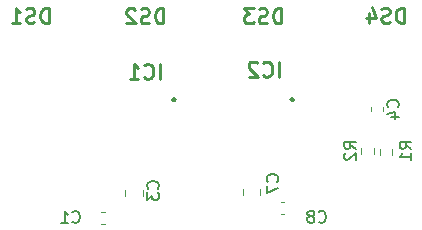
<source format=gbr>
%TF.GenerationSoftware,KiCad,Pcbnew,9.0.6*%
%TF.CreationDate,2025-12-12T15:58:06+01:00*%
%TF.ProjectId,nsm4202A_MAN3910,6e736d34-3230-4324-915f-4d414e333931,rev?*%
%TF.SameCoordinates,Original*%
%TF.FileFunction,Legend,Bot*%
%TF.FilePolarity,Positive*%
%FSLAX46Y46*%
G04 Gerber Fmt 4.6, Leading zero omitted, Abs format (unit mm)*
G04 Created by KiCad (PCBNEW 9.0.6) date 2025-12-12 15:58:06*
%MOMM*%
%LPD*%
G01*
G04 APERTURE LIST*
%ADD10C,0.254000*%
%ADD11C,0.150000*%
%ADD12C,0.120000*%
%ADD13C,0.250000*%
G04 APERTURE END LIST*
D10*
X137132143Y-80094718D02*
X137132143Y-78824718D01*
X137132143Y-78824718D02*
X136829762Y-78824718D01*
X136829762Y-78824718D02*
X136648333Y-78885194D01*
X136648333Y-78885194D02*
X136527381Y-79006146D01*
X136527381Y-79006146D02*
X136466904Y-79127099D01*
X136466904Y-79127099D02*
X136406428Y-79369003D01*
X136406428Y-79369003D02*
X136406428Y-79550432D01*
X136406428Y-79550432D02*
X136466904Y-79792337D01*
X136466904Y-79792337D02*
X136527381Y-79913289D01*
X136527381Y-79913289D02*
X136648333Y-80034242D01*
X136648333Y-80034242D02*
X136829762Y-80094718D01*
X136829762Y-80094718D02*
X137132143Y-80094718D01*
X135922619Y-80034242D02*
X135741190Y-80094718D01*
X135741190Y-80094718D02*
X135438809Y-80094718D01*
X135438809Y-80094718D02*
X135317857Y-80034242D01*
X135317857Y-80034242D02*
X135257381Y-79973765D01*
X135257381Y-79973765D02*
X135196904Y-79852813D01*
X135196904Y-79852813D02*
X135196904Y-79731861D01*
X135196904Y-79731861D02*
X135257381Y-79610908D01*
X135257381Y-79610908D02*
X135317857Y-79550432D01*
X135317857Y-79550432D02*
X135438809Y-79489956D01*
X135438809Y-79489956D02*
X135680714Y-79429480D01*
X135680714Y-79429480D02*
X135801666Y-79369003D01*
X135801666Y-79369003D02*
X135862143Y-79308527D01*
X135862143Y-79308527D02*
X135922619Y-79187575D01*
X135922619Y-79187575D02*
X135922619Y-79066622D01*
X135922619Y-79066622D02*
X135862143Y-78945670D01*
X135862143Y-78945670D02*
X135801666Y-78885194D01*
X135801666Y-78885194D02*
X135680714Y-78824718D01*
X135680714Y-78824718D02*
X135378333Y-78824718D01*
X135378333Y-78824718D02*
X135196904Y-78885194D01*
X134108333Y-79248051D02*
X134108333Y-80094718D01*
X134410714Y-78764242D02*
X134713095Y-79671384D01*
X134713095Y-79671384D02*
X133926904Y-79671384D01*
X107022143Y-80124318D02*
X107022143Y-78854318D01*
X107022143Y-78854318D02*
X106719762Y-78854318D01*
X106719762Y-78854318D02*
X106538333Y-78914794D01*
X106538333Y-78914794D02*
X106417381Y-79035746D01*
X106417381Y-79035746D02*
X106356904Y-79156699D01*
X106356904Y-79156699D02*
X106296428Y-79398603D01*
X106296428Y-79398603D02*
X106296428Y-79580032D01*
X106296428Y-79580032D02*
X106356904Y-79821937D01*
X106356904Y-79821937D02*
X106417381Y-79942889D01*
X106417381Y-79942889D02*
X106538333Y-80063842D01*
X106538333Y-80063842D02*
X106719762Y-80124318D01*
X106719762Y-80124318D02*
X107022143Y-80124318D01*
X105812619Y-80063842D02*
X105631190Y-80124318D01*
X105631190Y-80124318D02*
X105328809Y-80124318D01*
X105328809Y-80124318D02*
X105207857Y-80063842D01*
X105207857Y-80063842D02*
X105147381Y-80003365D01*
X105147381Y-80003365D02*
X105086904Y-79882413D01*
X105086904Y-79882413D02*
X105086904Y-79761461D01*
X105086904Y-79761461D02*
X105147381Y-79640508D01*
X105147381Y-79640508D02*
X105207857Y-79580032D01*
X105207857Y-79580032D02*
X105328809Y-79519556D01*
X105328809Y-79519556D02*
X105570714Y-79459080D01*
X105570714Y-79459080D02*
X105691666Y-79398603D01*
X105691666Y-79398603D02*
X105752143Y-79338127D01*
X105752143Y-79338127D02*
X105812619Y-79217175D01*
X105812619Y-79217175D02*
X105812619Y-79096222D01*
X105812619Y-79096222D02*
X105752143Y-78975270D01*
X105752143Y-78975270D02*
X105691666Y-78914794D01*
X105691666Y-78914794D02*
X105570714Y-78854318D01*
X105570714Y-78854318D02*
X105268333Y-78854318D01*
X105268333Y-78854318D02*
X105086904Y-78914794D01*
X103877380Y-80124318D02*
X104603095Y-80124318D01*
X104240238Y-80124318D02*
X104240238Y-78854318D01*
X104240238Y-78854318D02*
X104361190Y-79035746D01*
X104361190Y-79035746D02*
X104482142Y-79156699D01*
X104482142Y-79156699D02*
X104603095Y-79217175D01*
X116732143Y-80144718D02*
X116732143Y-78874718D01*
X116732143Y-78874718D02*
X116429762Y-78874718D01*
X116429762Y-78874718D02*
X116248333Y-78935194D01*
X116248333Y-78935194D02*
X116127381Y-79056146D01*
X116127381Y-79056146D02*
X116066904Y-79177099D01*
X116066904Y-79177099D02*
X116006428Y-79419003D01*
X116006428Y-79419003D02*
X116006428Y-79600432D01*
X116006428Y-79600432D02*
X116066904Y-79842337D01*
X116066904Y-79842337D02*
X116127381Y-79963289D01*
X116127381Y-79963289D02*
X116248333Y-80084242D01*
X116248333Y-80084242D02*
X116429762Y-80144718D01*
X116429762Y-80144718D02*
X116732143Y-80144718D01*
X115522619Y-80084242D02*
X115341190Y-80144718D01*
X115341190Y-80144718D02*
X115038809Y-80144718D01*
X115038809Y-80144718D02*
X114917857Y-80084242D01*
X114917857Y-80084242D02*
X114857381Y-80023765D01*
X114857381Y-80023765D02*
X114796904Y-79902813D01*
X114796904Y-79902813D02*
X114796904Y-79781861D01*
X114796904Y-79781861D02*
X114857381Y-79660908D01*
X114857381Y-79660908D02*
X114917857Y-79600432D01*
X114917857Y-79600432D02*
X115038809Y-79539956D01*
X115038809Y-79539956D02*
X115280714Y-79479480D01*
X115280714Y-79479480D02*
X115401666Y-79419003D01*
X115401666Y-79419003D02*
X115462143Y-79358527D01*
X115462143Y-79358527D02*
X115522619Y-79237575D01*
X115522619Y-79237575D02*
X115522619Y-79116622D01*
X115522619Y-79116622D02*
X115462143Y-78995670D01*
X115462143Y-78995670D02*
X115401666Y-78935194D01*
X115401666Y-78935194D02*
X115280714Y-78874718D01*
X115280714Y-78874718D02*
X114978333Y-78874718D01*
X114978333Y-78874718D02*
X114796904Y-78935194D01*
X114313095Y-78995670D02*
X114252619Y-78935194D01*
X114252619Y-78935194D02*
X114131666Y-78874718D01*
X114131666Y-78874718D02*
X113829285Y-78874718D01*
X113829285Y-78874718D02*
X113708333Y-78935194D01*
X113708333Y-78935194D02*
X113647857Y-78995670D01*
X113647857Y-78995670D02*
X113587380Y-79116622D01*
X113587380Y-79116622D02*
X113587380Y-79237575D01*
X113587380Y-79237575D02*
X113647857Y-79419003D01*
X113647857Y-79419003D02*
X114373571Y-80144718D01*
X114373571Y-80144718D02*
X113587380Y-80144718D01*
X126732143Y-80145118D02*
X126732143Y-78875118D01*
X126732143Y-78875118D02*
X126429762Y-78875118D01*
X126429762Y-78875118D02*
X126248333Y-78935594D01*
X126248333Y-78935594D02*
X126127381Y-79056546D01*
X126127381Y-79056546D02*
X126066904Y-79177499D01*
X126066904Y-79177499D02*
X126006428Y-79419403D01*
X126006428Y-79419403D02*
X126006428Y-79600832D01*
X126006428Y-79600832D02*
X126066904Y-79842737D01*
X126066904Y-79842737D02*
X126127381Y-79963689D01*
X126127381Y-79963689D02*
X126248333Y-80084642D01*
X126248333Y-80084642D02*
X126429762Y-80145118D01*
X126429762Y-80145118D02*
X126732143Y-80145118D01*
X125522619Y-80084642D02*
X125341190Y-80145118D01*
X125341190Y-80145118D02*
X125038809Y-80145118D01*
X125038809Y-80145118D02*
X124917857Y-80084642D01*
X124917857Y-80084642D02*
X124857381Y-80024165D01*
X124857381Y-80024165D02*
X124796904Y-79903213D01*
X124796904Y-79903213D02*
X124796904Y-79782261D01*
X124796904Y-79782261D02*
X124857381Y-79661308D01*
X124857381Y-79661308D02*
X124917857Y-79600832D01*
X124917857Y-79600832D02*
X125038809Y-79540356D01*
X125038809Y-79540356D02*
X125280714Y-79479880D01*
X125280714Y-79479880D02*
X125401666Y-79419403D01*
X125401666Y-79419403D02*
X125462143Y-79358927D01*
X125462143Y-79358927D02*
X125522619Y-79237975D01*
X125522619Y-79237975D02*
X125522619Y-79117022D01*
X125522619Y-79117022D02*
X125462143Y-78996070D01*
X125462143Y-78996070D02*
X125401666Y-78935594D01*
X125401666Y-78935594D02*
X125280714Y-78875118D01*
X125280714Y-78875118D02*
X124978333Y-78875118D01*
X124978333Y-78875118D02*
X124796904Y-78935594D01*
X124373571Y-78875118D02*
X123587380Y-78875118D01*
X123587380Y-78875118D02*
X124010714Y-79358927D01*
X124010714Y-79358927D02*
X123829285Y-79358927D01*
X123829285Y-79358927D02*
X123708333Y-79419403D01*
X123708333Y-79419403D02*
X123647857Y-79479880D01*
X123647857Y-79479880D02*
X123587380Y-79600832D01*
X123587380Y-79600832D02*
X123587380Y-79903213D01*
X123587380Y-79903213D02*
X123647857Y-80024165D01*
X123647857Y-80024165D02*
X123708333Y-80084642D01*
X123708333Y-80084642D02*
X123829285Y-80145118D01*
X123829285Y-80145118D02*
X124192142Y-80145118D01*
X124192142Y-80145118D02*
X124313095Y-80084642D01*
X124313095Y-80084642D02*
X124373571Y-80024165D01*
D11*
X109036666Y-96949580D02*
X109084285Y-96997200D01*
X109084285Y-96997200D02*
X109227142Y-97044819D01*
X109227142Y-97044819D02*
X109322380Y-97044819D01*
X109322380Y-97044819D02*
X109465237Y-96997200D01*
X109465237Y-96997200D02*
X109560475Y-96901961D01*
X109560475Y-96901961D02*
X109608094Y-96806723D01*
X109608094Y-96806723D02*
X109655713Y-96616247D01*
X109655713Y-96616247D02*
X109655713Y-96473390D01*
X109655713Y-96473390D02*
X109608094Y-96282914D01*
X109608094Y-96282914D02*
X109560475Y-96187676D01*
X109560475Y-96187676D02*
X109465237Y-96092438D01*
X109465237Y-96092438D02*
X109322380Y-96044819D01*
X109322380Y-96044819D02*
X109227142Y-96044819D01*
X109227142Y-96044819D02*
X109084285Y-96092438D01*
X109084285Y-96092438D02*
X109036666Y-96140057D01*
X108084285Y-97044819D02*
X108655713Y-97044819D01*
X108369999Y-97044819D02*
X108369999Y-96044819D01*
X108369999Y-96044819D02*
X108465237Y-96187676D01*
X108465237Y-96187676D02*
X108560475Y-96282914D01*
X108560475Y-96282914D02*
X108655713Y-96330533D01*
X136589580Y-87233333D02*
X136637200Y-87185714D01*
X136637200Y-87185714D02*
X136684819Y-87042857D01*
X136684819Y-87042857D02*
X136684819Y-86947619D01*
X136684819Y-86947619D02*
X136637200Y-86804762D01*
X136637200Y-86804762D02*
X136541961Y-86709524D01*
X136541961Y-86709524D02*
X136446723Y-86661905D01*
X136446723Y-86661905D02*
X136256247Y-86614286D01*
X136256247Y-86614286D02*
X136113390Y-86614286D01*
X136113390Y-86614286D02*
X135922914Y-86661905D01*
X135922914Y-86661905D02*
X135827676Y-86709524D01*
X135827676Y-86709524D02*
X135732438Y-86804762D01*
X135732438Y-86804762D02*
X135684819Y-86947619D01*
X135684819Y-86947619D02*
X135684819Y-87042857D01*
X135684819Y-87042857D02*
X135732438Y-87185714D01*
X135732438Y-87185714D02*
X135780057Y-87233333D01*
X136018152Y-88090476D02*
X136684819Y-88090476D01*
X135637200Y-87852381D02*
X136351485Y-87614286D01*
X136351485Y-87614286D02*
X136351485Y-88233333D01*
D10*
X116429762Y-84834318D02*
X116429762Y-83564318D01*
X115099285Y-84713365D02*
X115159761Y-84773842D01*
X115159761Y-84773842D02*
X115341190Y-84834318D01*
X115341190Y-84834318D02*
X115462142Y-84834318D01*
X115462142Y-84834318D02*
X115643571Y-84773842D01*
X115643571Y-84773842D02*
X115764523Y-84652889D01*
X115764523Y-84652889D02*
X115825000Y-84531937D01*
X115825000Y-84531937D02*
X115885476Y-84290032D01*
X115885476Y-84290032D02*
X115885476Y-84108603D01*
X115885476Y-84108603D02*
X115825000Y-83866699D01*
X115825000Y-83866699D02*
X115764523Y-83745746D01*
X115764523Y-83745746D02*
X115643571Y-83624794D01*
X115643571Y-83624794D02*
X115462142Y-83564318D01*
X115462142Y-83564318D02*
X115341190Y-83564318D01*
X115341190Y-83564318D02*
X115159761Y-83624794D01*
X115159761Y-83624794D02*
X115099285Y-83685270D01*
X113889761Y-84834318D02*
X114615476Y-84834318D01*
X114252619Y-84834318D02*
X114252619Y-83564318D01*
X114252619Y-83564318D02*
X114373571Y-83745746D01*
X114373571Y-83745746D02*
X114494523Y-83866699D01*
X114494523Y-83866699D02*
X114615476Y-83927175D01*
D11*
X133024819Y-90745833D02*
X132548628Y-90412500D01*
X133024819Y-90174405D02*
X132024819Y-90174405D01*
X132024819Y-90174405D02*
X132024819Y-90555357D01*
X132024819Y-90555357D02*
X132072438Y-90650595D01*
X132072438Y-90650595D02*
X132120057Y-90698214D01*
X132120057Y-90698214D02*
X132215295Y-90745833D01*
X132215295Y-90745833D02*
X132358152Y-90745833D01*
X132358152Y-90745833D02*
X132453390Y-90698214D01*
X132453390Y-90698214D02*
X132501009Y-90650595D01*
X132501009Y-90650595D02*
X132548628Y-90555357D01*
X132548628Y-90555357D02*
X132548628Y-90174405D01*
X132120057Y-91126786D02*
X132072438Y-91174405D01*
X132072438Y-91174405D02*
X132024819Y-91269643D01*
X132024819Y-91269643D02*
X132024819Y-91507738D01*
X132024819Y-91507738D02*
X132072438Y-91602976D01*
X132072438Y-91602976D02*
X132120057Y-91650595D01*
X132120057Y-91650595D02*
X132215295Y-91698214D01*
X132215295Y-91698214D02*
X132310533Y-91698214D01*
X132310533Y-91698214D02*
X132453390Y-91650595D01*
X132453390Y-91650595D02*
X133024819Y-91079167D01*
X133024819Y-91079167D02*
X133024819Y-91698214D01*
D10*
X126499762Y-84654318D02*
X126499762Y-83384318D01*
X125169285Y-84533365D02*
X125229761Y-84593842D01*
X125229761Y-84593842D02*
X125411190Y-84654318D01*
X125411190Y-84654318D02*
X125532142Y-84654318D01*
X125532142Y-84654318D02*
X125713571Y-84593842D01*
X125713571Y-84593842D02*
X125834523Y-84472889D01*
X125834523Y-84472889D02*
X125895000Y-84351937D01*
X125895000Y-84351937D02*
X125955476Y-84110032D01*
X125955476Y-84110032D02*
X125955476Y-83928603D01*
X125955476Y-83928603D02*
X125895000Y-83686699D01*
X125895000Y-83686699D02*
X125834523Y-83565746D01*
X125834523Y-83565746D02*
X125713571Y-83444794D01*
X125713571Y-83444794D02*
X125532142Y-83384318D01*
X125532142Y-83384318D02*
X125411190Y-83384318D01*
X125411190Y-83384318D02*
X125229761Y-83444794D01*
X125229761Y-83444794D02*
X125169285Y-83505270D01*
X124685476Y-83505270D02*
X124625000Y-83444794D01*
X124625000Y-83444794D02*
X124504047Y-83384318D01*
X124504047Y-83384318D02*
X124201666Y-83384318D01*
X124201666Y-83384318D02*
X124080714Y-83444794D01*
X124080714Y-83444794D02*
X124020238Y-83505270D01*
X124020238Y-83505270D02*
X123959761Y-83626222D01*
X123959761Y-83626222D02*
X123959761Y-83747175D01*
X123959761Y-83747175D02*
X124020238Y-83928603D01*
X124020238Y-83928603D02*
X124745952Y-84654318D01*
X124745952Y-84654318D02*
X123959761Y-84654318D01*
D11*
X129876666Y-96919580D02*
X129924285Y-96967200D01*
X129924285Y-96967200D02*
X130067142Y-97014819D01*
X130067142Y-97014819D02*
X130162380Y-97014819D01*
X130162380Y-97014819D02*
X130305237Y-96967200D01*
X130305237Y-96967200D02*
X130400475Y-96871961D01*
X130400475Y-96871961D02*
X130448094Y-96776723D01*
X130448094Y-96776723D02*
X130495713Y-96586247D01*
X130495713Y-96586247D02*
X130495713Y-96443390D01*
X130495713Y-96443390D02*
X130448094Y-96252914D01*
X130448094Y-96252914D02*
X130400475Y-96157676D01*
X130400475Y-96157676D02*
X130305237Y-96062438D01*
X130305237Y-96062438D02*
X130162380Y-96014819D01*
X130162380Y-96014819D02*
X130067142Y-96014819D01*
X130067142Y-96014819D02*
X129924285Y-96062438D01*
X129924285Y-96062438D02*
X129876666Y-96110057D01*
X129305237Y-96443390D02*
X129400475Y-96395771D01*
X129400475Y-96395771D02*
X129448094Y-96348152D01*
X129448094Y-96348152D02*
X129495713Y-96252914D01*
X129495713Y-96252914D02*
X129495713Y-96205295D01*
X129495713Y-96205295D02*
X129448094Y-96110057D01*
X129448094Y-96110057D02*
X129400475Y-96062438D01*
X129400475Y-96062438D02*
X129305237Y-96014819D01*
X129305237Y-96014819D02*
X129114761Y-96014819D01*
X129114761Y-96014819D02*
X129019523Y-96062438D01*
X129019523Y-96062438D02*
X128971904Y-96110057D01*
X128971904Y-96110057D02*
X128924285Y-96205295D01*
X128924285Y-96205295D02*
X128924285Y-96252914D01*
X128924285Y-96252914D02*
X128971904Y-96348152D01*
X128971904Y-96348152D02*
X129019523Y-96395771D01*
X129019523Y-96395771D02*
X129114761Y-96443390D01*
X129114761Y-96443390D02*
X129305237Y-96443390D01*
X129305237Y-96443390D02*
X129400475Y-96491009D01*
X129400475Y-96491009D02*
X129448094Y-96538628D01*
X129448094Y-96538628D02*
X129495713Y-96633866D01*
X129495713Y-96633866D02*
X129495713Y-96824342D01*
X129495713Y-96824342D02*
X129448094Y-96919580D01*
X129448094Y-96919580D02*
X129400475Y-96967200D01*
X129400475Y-96967200D02*
X129305237Y-97014819D01*
X129305237Y-97014819D02*
X129114761Y-97014819D01*
X129114761Y-97014819D02*
X129019523Y-96967200D01*
X129019523Y-96967200D02*
X128971904Y-96919580D01*
X128971904Y-96919580D02*
X128924285Y-96824342D01*
X128924285Y-96824342D02*
X128924285Y-96633866D01*
X128924285Y-96633866D02*
X128971904Y-96538628D01*
X128971904Y-96538628D02*
X129019523Y-96491009D01*
X129019523Y-96491009D02*
X129114761Y-96443390D01*
X137724819Y-90763333D02*
X137248628Y-90430000D01*
X137724819Y-90191905D02*
X136724819Y-90191905D01*
X136724819Y-90191905D02*
X136724819Y-90572857D01*
X136724819Y-90572857D02*
X136772438Y-90668095D01*
X136772438Y-90668095D02*
X136820057Y-90715714D01*
X136820057Y-90715714D02*
X136915295Y-90763333D01*
X136915295Y-90763333D02*
X137058152Y-90763333D01*
X137058152Y-90763333D02*
X137153390Y-90715714D01*
X137153390Y-90715714D02*
X137201009Y-90668095D01*
X137201009Y-90668095D02*
X137248628Y-90572857D01*
X137248628Y-90572857D02*
X137248628Y-90191905D01*
X137724819Y-91715714D02*
X137724819Y-91144286D01*
X137724819Y-91430000D02*
X136724819Y-91430000D01*
X136724819Y-91430000D02*
X136867676Y-91334762D01*
X136867676Y-91334762D02*
X136962914Y-91239524D01*
X136962914Y-91239524D02*
X137010533Y-91144286D01*
X116269580Y-94123333D02*
X116317200Y-94075714D01*
X116317200Y-94075714D02*
X116364819Y-93932857D01*
X116364819Y-93932857D02*
X116364819Y-93837619D01*
X116364819Y-93837619D02*
X116317200Y-93694762D01*
X116317200Y-93694762D02*
X116221961Y-93599524D01*
X116221961Y-93599524D02*
X116126723Y-93551905D01*
X116126723Y-93551905D02*
X115936247Y-93504286D01*
X115936247Y-93504286D02*
X115793390Y-93504286D01*
X115793390Y-93504286D02*
X115602914Y-93551905D01*
X115602914Y-93551905D02*
X115507676Y-93599524D01*
X115507676Y-93599524D02*
X115412438Y-93694762D01*
X115412438Y-93694762D02*
X115364819Y-93837619D01*
X115364819Y-93837619D02*
X115364819Y-93932857D01*
X115364819Y-93932857D02*
X115412438Y-94075714D01*
X115412438Y-94075714D02*
X115460057Y-94123333D01*
X115364819Y-94456667D02*
X115364819Y-95075714D01*
X115364819Y-95075714D02*
X115745771Y-94742381D01*
X115745771Y-94742381D02*
X115745771Y-94885238D01*
X115745771Y-94885238D02*
X115793390Y-94980476D01*
X115793390Y-94980476D02*
X115841009Y-95028095D01*
X115841009Y-95028095D02*
X115936247Y-95075714D01*
X115936247Y-95075714D02*
X116174342Y-95075714D01*
X116174342Y-95075714D02*
X116269580Y-95028095D01*
X116269580Y-95028095D02*
X116317200Y-94980476D01*
X116317200Y-94980476D02*
X116364819Y-94885238D01*
X116364819Y-94885238D02*
X116364819Y-94599524D01*
X116364819Y-94599524D02*
X116317200Y-94504286D01*
X116317200Y-94504286D02*
X116269580Y-94456667D01*
X126369580Y-93543333D02*
X126417200Y-93495714D01*
X126417200Y-93495714D02*
X126464819Y-93352857D01*
X126464819Y-93352857D02*
X126464819Y-93257619D01*
X126464819Y-93257619D02*
X126417200Y-93114762D01*
X126417200Y-93114762D02*
X126321961Y-93019524D01*
X126321961Y-93019524D02*
X126226723Y-92971905D01*
X126226723Y-92971905D02*
X126036247Y-92924286D01*
X126036247Y-92924286D02*
X125893390Y-92924286D01*
X125893390Y-92924286D02*
X125702914Y-92971905D01*
X125702914Y-92971905D02*
X125607676Y-93019524D01*
X125607676Y-93019524D02*
X125512438Y-93114762D01*
X125512438Y-93114762D02*
X125464819Y-93257619D01*
X125464819Y-93257619D02*
X125464819Y-93352857D01*
X125464819Y-93352857D02*
X125512438Y-93495714D01*
X125512438Y-93495714D02*
X125560057Y-93543333D01*
X125464819Y-93876667D02*
X125464819Y-94543333D01*
X125464819Y-94543333D02*
X126464819Y-94114762D01*
D12*
%TO.C,C1*%
X111746267Y-96090000D02*
X111453733Y-96090000D01*
X111746267Y-97110000D02*
X111453733Y-97110000D01*
%TO.C,C4*%
X134290000Y-87546267D02*
X134290000Y-87253733D01*
X135310000Y-87546267D02*
X135310000Y-87253733D01*
D13*
%TO.C,IC1*%
X117755000Y-86600400D02*
G75*
G02*
X117505000Y-86600400I-125000J0D01*
G01*
X117505000Y-86600400D02*
G75*
G02*
X117755000Y-86600400I125000J0D01*
G01*
D12*
%TO.C,R2*%
X133477500Y-90657776D02*
X133477500Y-91167224D01*
X134522500Y-90657776D02*
X134522500Y-91167224D01*
D13*
%TO.C,IC2*%
X127755000Y-86600000D02*
G75*
G02*
X127505000Y-86600000I-125000J0D01*
G01*
X127505000Y-86600000D02*
G75*
G02*
X127755000Y-86600000I125000J0D01*
G01*
D12*
%TO.C,C8*%
X126653733Y-95290000D02*
X126946267Y-95290000D01*
X126653733Y-96310000D02*
X126946267Y-96310000D01*
%TO.C,R1*%
X135077500Y-90745276D02*
X135077500Y-91254724D01*
X136122500Y-90745276D02*
X136122500Y-91254724D01*
%TO.C,C3*%
X113515000Y-94263748D02*
X113515000Y-94786252D01*
X114985000Y-94263748D02*
X114985000Y-94786252D01*
%TO.C,C7*%
X123440000Y-94138748D02*
X123440000Y-94661252D01*
X124910000Y-94138748D02*
X124910000Y-94661252D01*
%TD*%
M02*

</source>
